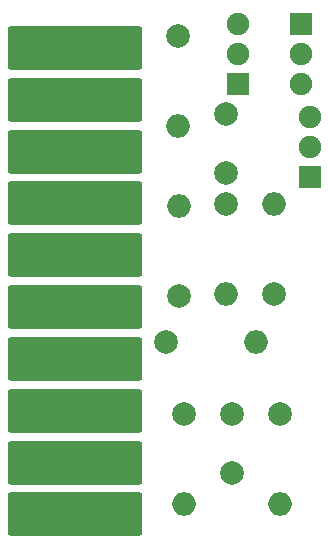
<source format=gbr>
G04 #@! TF.GenerationSoftware,KiCad,Pcbnew,8.0.1*
G04 #@! TF.CreationDate,2024-06-19T00:34:13-04:00*
G04 #@! TF.ProjectId,OdysseyDaughterCardVertSyncGenerator,4f647973-7365-4794-9461-756768746572,1.0*
G04 #@! TF.SameCoordinates,Original*
G04 #@! TF.FileFunction,Soldermask,Bot*
G04 #@! TF.FilePolarity,Negative*
%FSLAX46Y46*%
G04 Gerber Fmt 4.6, Leading zero omitted, Abs format (unit mm)*
G04 Created by KiCad (PCBNEW 8.0.1) date 2024-06-19 00:34:13*
%MOMM*%
%LPD*%
G01*
G04 APERTURE LIST*
G04 Aperture macros list*
%AMRoundRect*
0 Rectangle with rounded corners*
0 $1 Rounding radius*
0 $2 $3 $4 $5 $6 $7 $8 $9 X,Y pos of 4 corners*
0 Add a 4 corners polygon primitive as box body*
4,1,4,$2,$3,$4,$5,$6,$7,$8,$9,$2,$3,0*
0 Add four circle primitives for the rounded corners*
1,1,$1+$1,$2,$3*
1,1,$1+$1,$4,$5*
1,1,$1+$1,$6,$7*
1,1,$1+$1,$8,$9*
0 Add four rect primitives between the rounded corners*
20,1,$1+$1,$2,$3,$4,$5,0*
20,1,$1+$1,$4,$5,$6,$7,0*
20,1,$1+$1,$6,$7,$8,$9,0*
20,1,$1+$1,$8,$9,$2,$3,0*%
G04 Aperture macros list end*
%ADD10RoundRect,0.200000X0.750000X-0.750000X0.750000X0.750000X-0.750000X0.750000X-0.750000X-0.750000X0*%
%ADD11C,1.900000*%
%ADD12RoundRect,0.200000X-0.750000X0.750000X-0.750000X-0.750000X0.750000X-0.750000X0.750000X0.750000X0*%
%ADD13RoundRect,0.200000X-5.500000X-1.625000X5.500000X-1.625000X5.500000X1.625000X-5.500000X1.625000X0*%
%ADD14C,2.000000*%
%ADD15O,2.000000X2.000000*%
G04 APERTURE END LIST*
D10*
X142748000Y-84328000D03*
D11*
X142748000Y-81788000D03*
X142748000Y-79248000D03*
D12*
X148082000Y-79248000D03*
D11*
X148082000Y-81788000D03*
X148082000Y-84328000D03*
D10*
X148844000Y-92202000D03*
D11*
X148844000Y-89662000D03*
X148844000Y-87122000D03*
D13*
X129000000Y-120749992D03*
X129000000Y-116361104D03*
X129000000Y-111972216D03*
X129000000Y-107583328D03*
X129000000Y-103194440D03*
X129000000Y-98805552D03*
X129000000Y-94416664D03*
X129000000Y-90027776D03*
X129000000Y-85638888D03*
X129000000Y-81250000D03*
D14*
X141732000Y-86868000D03*
X141732000Y-91868000D03*
X142240000Y-112268000D03*
X142240000Y-117268000D03*
X137668000Y-80264000D03*
D15*
X137668000Y-87884000D03*
D14*
X141732000Y-94488000D03*
D15*
X141732000Y-102108000D03*
D14*
X138176000Y-112268000D03*
D15*
X138176000Y-119888000D03*
D14*
X145796000Y-102108000D03*
D15*
X145796000Y-94488000D03*
D14*
X146304000Y-112268000D03*
D15*
X146304000Y-119888000D03*
D14*
X136652000Y-106172000D03*
D15*
X144272000Y-106172000D03*
D14*
X137795000Y-102235000D03*
D15*
X137795000Y-94615000D03*
M02*

</source>
